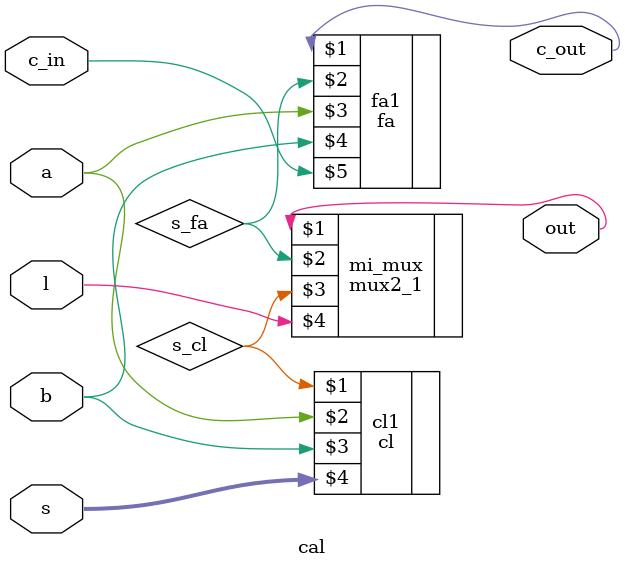
<source format=v>
module cal(output wire out, c_out, input wire a, b, l, c_in, input wire [1:0] s);
    wire s_cl, s_fa;

    cl cl1(s_cl, a, b, s);
    fa fa1(c_out, s_fa, a, b, c_in);

    mux2_1 mi_mux(out, s_fa, s_cl, l);
endmodule
</source>
